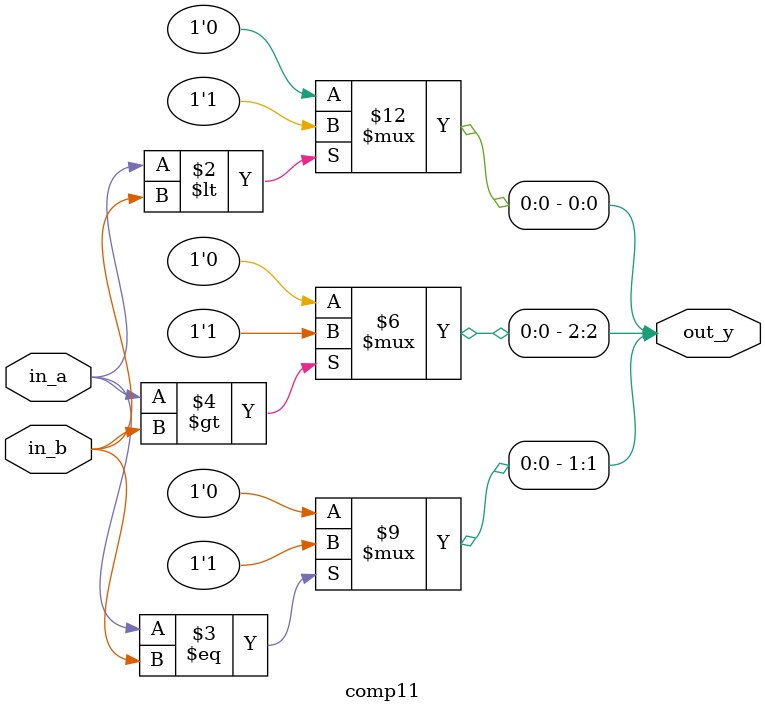
<source format=v>
/*
    1-bit to 1-bit comparator
*/

`timescale 1ns/1ns
`define STEP 10


module tb();
    reg inA;
    reg inB;
    wire [0:2] outY;

    comp11 DUT (
                    .in_a(inA),
                    .in_b(inB),
                    .out_y(outY)
                );
    
    initial begin
        $dumpfile("wave.vcd");
        $dumpvars(0, tb);
        $write("\ntest 1 to 1 comparator\n\n");
        $write(" a  b  |  a<b  a=b  a>b\n");
        $write("------------------------\n");

        inA = 1'b0; inB = 1'b0;
        #`STEP
        $write(" %b  %b  |   %b    %b    %b\n", 
            inA, inB, outY[0], outY[1], outY[2]);
        
        inA = 1'b0; inB = 1'b1;
        #`STEP
        $write(" %b  %b  |   %b    %b    %b\n", 
            inA, inB, outY[0], outY[1], outY[2]);
        
        inA = 1'b1; inB = 1'b0;
        #`STEP
        $write(" %b  %b  |   %b    %b    %b\n", 
            inA, inB, outY[0], outY[1], outY[2]);
        
        inA = 1'b1; inB = 1'b1;
        #`STEP
        $write(" %b  %b  |   %b    %b    %b\n", 
            inA, inB, outY[0], outY[1], outY[2]);

        #`STEP
        $write("\n\n\t\t ~ ~ ~ TEST COMPLETE ~ ~ ~ \n\n");
        $finish;
    end
endmodule


////~~~~


module comp11 (
                input wire in_a,
                input wire in_b,
                output reg [0:2] out_y
              );
    always @ (*) begin
        out_y = 3'b000;
        if (in_a < in_b)  out_y[0] = 1'b1;
        if (in_a == in_b) out_y[1] = 1'b1;
        if (in_a > in_b)  out_y[2] = 1'b1;
    end
endmodule


////////~~~~~~~~END>  pre2.v

</source>
